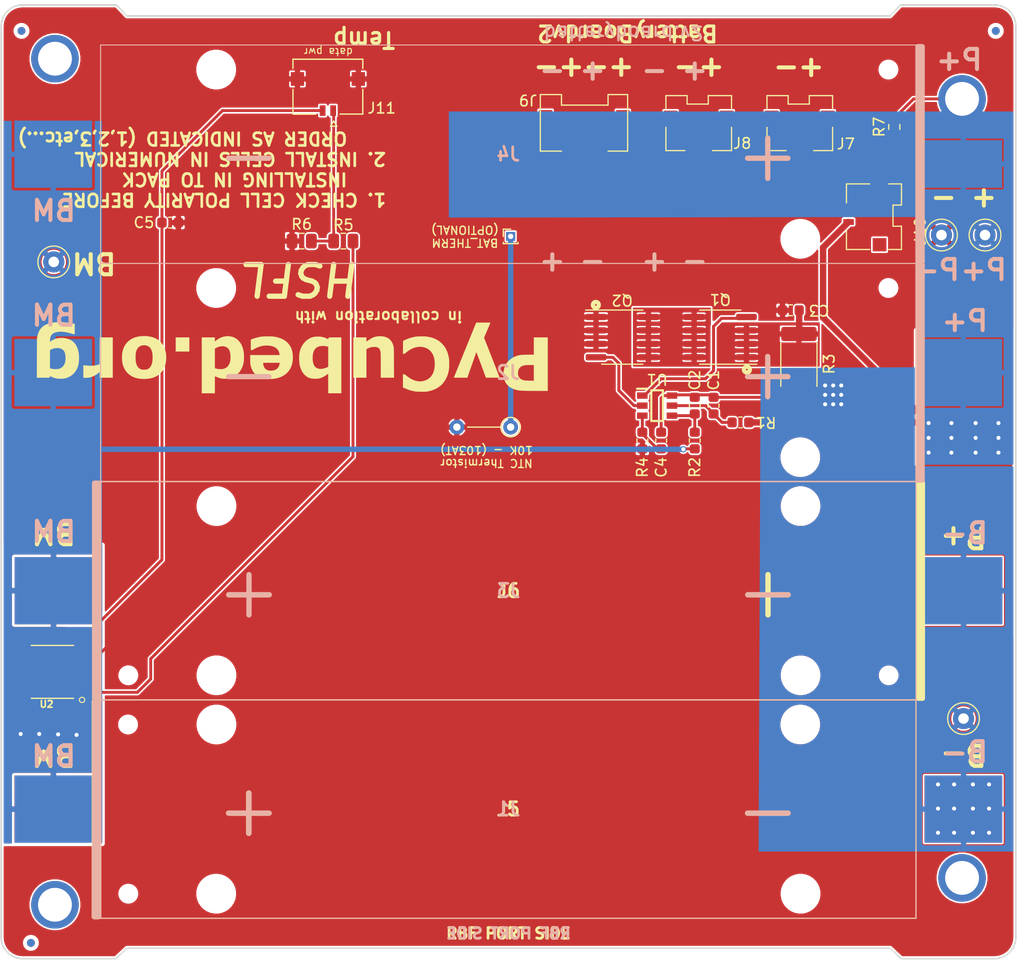
<source format=kicad_pcb>
(kicad_pcb (version 20171130) (host pcbnew "(5.1.9)-1")
  (layers (0 F.Cu signal) (31 B.Cu signal) (34 B.Paste user hide) (35 F.Paste user hide) (36 B.SilkS user) (37 F.SilkS user) (38 B.Mask user hide) (39 F.Mask user hide) (44 Edge.Cuts user))
  (net 0 "")
  (net 1 /VDD)
  (net 2 B-)
  (net 3 "Net-(C2-Pad2)")
  (net 4 PACK-)
  (net 5 BM)
  (net 6 PACK+)
  (net 7 "Net-(Q1-Pad5)")
  (net 8 "Net-(Q1-Pad4)")
  (net 9 "Net-(Q2-Pad4)")
  (net 10 "Net-(C3-Pad1)")
  (net 11 "Net-(C4-Pad2)")
  (net 12 BAT_THERM)
  (net 13 "Net-(J10-Pad2)")
  (net 14 "Net-(R5-Pad1)")
  (net 15 "Net-(C5-Pad1)")
  (net 16 "Net-(J11-Pad1)")
  (net 17 "Net-(H1-Pad1)")
  (net 18 "Net-(H2-Pad1)")
  (net 19 "Net-(H3-Pad1)")
  (net 20 "Net-(H4-Pad1)")
  (module Resistor_SMD:R_0805_2012Metric (layer F.Cu) (at 81.5975 76.1365 180)
    (fp_text reference R6 (at 0 1.5875) (layer F.SilkS))
    (fp_text value 10k)
    (pad 1 smd roundrect (at -0.9125 0 180) (size 1.025 1.4) (layers F.Cu F.Paste F.Mask) (roundrect_rratio 0.2439014634146341) (net 16 "Net-(J11-Pad1)"))
    (pad 2 smd roundrect (at 0.9125 0 180) (size 1.025 1.4) (layers F.Cu F.Paste F.Mask) (roundrect_rratio 0.2439014634146341) (net 4 PACK-))
  )
  (module Resistor_SMD:R_0805_2012Metric (layer F.Cu) (at 85.5345 76.1365 180)
    (fp_text reference R5 (at 0 1.524) (layer F.SilkS))
    (fp_text value 45.3k)
    (pad 1 smd roundrect (at -0.9125 0 180) (size 1.025 1.4) (layers F.Cu F.Paste F.Mask) (roundrect_rratio 0.2439014634146341) (net 14 "Net-(R5-Pad1)"))
    (pad 2 smd roundrect (at 0.9125 0 180) (size 1.025 1.4) (layers F.Cu F.Paste F.Mask) (roundrect_rratio 0.2439014634146341) (net 16 "Net-(J11-Pad1)"))
  )
  (module custom-footprints:KEYSTONE-1042 (layer B.Cu) (at 101.1174 88.5698)
    (fp_text reference J2 (at 0 0) (layer B.SilkS) (effects (font (size 1.27 1.27) (thickness 0.254)) (justify mirror)))
    (fp_text value KEYSTONE-1042 hide)
    (fp_text user - (at -24.525 0) (layer B.SilkS) (effects (font (size 5 5) (thickness 0.5)) (justify mirror)))
    (fp_text user + (at 24.525 0) (layer B.SilkS) (effects (font (size 5 5) (thickness 0.5)) (justify mirror)))
    (pad 5 np_thru_hole circle (at 35.93 -8) (size 1.57 0) (drill 1.57) (layers *.Cu *.Mask))
    (pad 4 np_thru_hole circle (at 27.6 8) (size 3.45 0) (drill 3.45) (layers *.Cu *.Mask))
    (pad 3 np_thru_hole circle (at -27.6 -8) (size 3.45 0) (drill 3.45) (layers *.Cu *.Mask))
    (pad 2 smd rect (at 43 0 270) (size 6.35 7.34) (layers B.Cu B.Paste B.Mask) (net 6 PACK+))
    (pad 1 smd rect (at -43 0 270) (size 6.35 7.34) (layers B.Cu B.Paste B.Mask) (net 5 BM))
  )
  (module custom-footprints:KEYSTONE-1042 (layer B.Cu) (at 101.1174 67.9196)
    (fp_text reference J4 (at 0 0) (layer B.SilkS) (effects (font (size 1.27 1.27) (thickness 0.254)) (justify mirror)))
    (fp_text value KEYSTONE-1042 hide)
    (fp_text user - (at -24.525 0) (layer B.SilkS) (effects (font (size 5 5) (thickness 0.5)) (justify mirror)))
    (fp_text user + (at 24.525 0) (layer B.SilkS) (effects (font (size 5 5) (thickness 0.5)) (justify mirror)))
    (pad 5 np_thru_hole circle (at 35.93 -8) (size 1.57 0) (drill 1.57) (layers *.Cu *.Mask))
    (pad 4 np_thru_hole circle (at 27.6 8) (size 3.45 0) (drill 3.45) (layers *.Cu *.Mask))
    (pad 3 np_thru_hole circle (at -27.6 -8) (size 3.45 0) (drill 3.45) (layers *.Cu *.Mask))
    (pad 2 smd rect (at 43 0.925 270) (size 4.5 7.34) (layers B.Cu B.Paste B.Mask) (net 6 PACK+))
    (pad 1 smd rect (at -43 0 270) (size 6.35 7.34) (layers B.Cu B.Paste B.Mask) (net 5 BM))
  )
  (module custom-footprints:MountingHole_3.2mm_M3_DIN965_PadMOD (layer F.Cu) (at 144.0053 62.6899)
    (fp_text reference H3 hide)
    (fp_text value MountingHole_Pad)
    (pad 1 thru_hole circle (at 0 0) (size 4.5 4.5) (drill 3.2) (layers F.Cu F.Mask) (net 19 "Net-(H3-Pad1)"))
  )
  (module custom-footprints:MountingHole_3.2mm_M3_DIN965_PadMOD (layer F.Cu) (at 144.0053 136.3499)
    (fp_text reference H4 hide)
    (fp_text value MountingHole_Pad)
    (pad 1 thru_hole circle (at 0 0) (size 4.5 4.5) (drill 3.2) (layers *.Cu *.Mask) (net 20 "Net-(H4-Pad1)"))
  )
  (module custom-footprints:MountingHole_3.2mm_M3_DIN965_PadMOD (layer F.Cu) (at 58.2803 58.8899)
    (fp_text reference H2 hide)
    (fp_text value MountingHole_Pad)
    (pad 1 thru_hole circle (at 0 0) (size 4.5 4.5) (drill 3.2) (layers *.Cu *.Mask) (net 18 "Net-(H2-Pad1)"))
  )
  (module custom-footprints:MountingHole_3.2mm_M3_DIN965_PadMOD (layer F.Cu) (at 58.2803 138.8899)
    (fp_text reference H1 hide)
    (fp_text value MountingHole_Pad)
    (pad 1 thru_hole circle (at 0 0) (size 4.5 4.5) (drill 3.2) (layers *.Cu *.Mask) (net 17 "Net-(H1-Pad1)"))
  )
  (module custom-footprints:pycubed_logo (layer F.Cu) (at 83.29676 86.9188 180)
    (fp_text reference Ref** hide)
    (fp_text value Val** hide)
  )
  (module custom-footprints:KEYSTONE-1042 (layer F.Cu) (at 101.1428 109.1946)
    (fp_text reference J6 (at 0 0) (layer F.SilkS) (effects (font (size 1.27 1.27) (thickness 0.254))))
    (fp_text value KEYSTONE-1042 hide)
    (fp_text user - (at -24.525 0) (layer F.SilkS) (effects (font (size 5 5) (thickness 0.5))))
    (fp_text user + (at 24.525 0) (layer F.SilkS) (effects (font (size 5 5) (thickness 0.5))))
    (pad 5 np_thru_hole circle (at 35.93 8) (size 1.57 0) (drill 1.57) (layers *.Cu *.Mask))
    (pad 4 np_thru_hole circle (at 27.6 -8) (size 3.45 0) (drill 3.45) (layers *.Cu *.Mask))
    (pad 3 np_thru_hole circle (at -27.6 8) (size 3.45 0) (drill 3.45) (layers *.Cu *.Mask))
    (pad 2 smd rect (at 43 0 90) (size 6.35 7.34) (layers F.Cu F.Paste F.Mask) (net 6 PACK+))
    (pad 1 smd rect (at -43 0 90) (size 6.35 7.34) (layers F.Cu F.Paste F.Mask) (net 5 BM))
  )
  (module custom-footprints:KEYSTONE-1042 (layer F.Cu) (at 101.1174 129.8448 180)
    (fp_text reference J5 (at 0 0) (layer F.SilkS) (effects (font (size 1.27 1.27) (thickness 0.254))))
    (fp_text value KEYSTONE-1042 hide)
    (fp_text user - (at -24.525 0) (layer F.SilkS) (effects (font (size 5 5) (thickness 0.5))))
    (fp_text user + (at 24.525 0) (layer F.SilkS) (effects (font (size 5 5) (thickness 0.5))))
    (pad 5 np_thru_hole circle (at 35.93 8 180) (size 1.57 0) (drill 1.57) (layers *.Cu *.Mask))
    (pad 4 np_thru_hole circle (at 27.6 -8 180) (size 3.45 0) (drill 3.45) (layers *.Cu *.Mask))
    (pad 3 np_thru_hole circle (at -27.6 8 180) (size 3.45 0) (drill 3.45) (layers *.Cu *.Mask))
    (pad 2 smd rect (at 43 0 270) (size 6.35 7.34) (layers F.Cu F.Paste F.Mask) (net 5 BM))
    (pad 1 smd rect (at -43 0 270) (size 6.35 7.34) (layers F.Cu F.Paste F.Mask) (net 2 B-))
  )
  (module custom-footprints:KEYSTONE-1042 (layer B.Cu) (at 101.1428 109.1946 180)
    (fp_text reference J3 (at 0 0) (layer B.SilkS) (effects (font (size 1.27 1.27) (thickness 0.254)) (justify mirror)))
    (fp_text value KEYSTONE-1042 hide)
    (fp_text user - (at -24.525 0) (layer B.SilkS) (effects (font (size 5 5) (thickness 0.5)) (justify mirror)))
    (fp_text user + (at 24.525 0) (layer B.SilkS) (effects (font (size 5 5) (thickness 0.5)) (justify mirror)))
    (pad 5 np_thru_hole circle (at 35.93 -8 180) (size 1.57 0) (drill 1.57) (layers *.Cu *.Mask))
    (pad 4 np_thru_hole circle (at 27.6 8 180) (size 3.45 0) (drill 3.45) (layers *.Cu *.Mask))
    (pad 3 np_thru_hole circle (at -27.6 -8 180) (size 3.45 0) (drill 3.45) (layers *.Cu *.Mask))
    (pad 2 smd rect (at 43 0 90) (size 6.35 7.34) (layers B.Cu B.Paste B.Mask) (net 5 BM))
    (pad 1 smd rect (at -43 0 90) (size 6.35 7.34) (layers B.Cu B.Paste B.Mask) (net 2 B-))
  )
  (module custom-footprints:KEYSTONE-1042 (layer B.Cu) (at 101.1428 129.8448 180)
    (fp_text reference J1 (at 0 0) (layer B.SilkS) (effects (font (size 1.27 1.27) (thickness 0.254)) (justify mirror)))
    (fp_text value KEYSTONE-1042 hide)
    (fp_text user - (at -24.525 0) (layer B.SilkS) (effects (font (size 5 5) (thickness 0.5)) (justify mirror)))
    (fp_text user + (at 24.525 0) (layer B.SilkS) (effects (font (size 5 5) (thickness 0.5)) (justify mirror)))
    (pad 5 np_thru_hole circle (at 35.93 -8 180) (size 1.57 0) (drill 1.57) (layers *.Cu *.Mask))
    (pad 4 np_thru_hole circle (at 27.6 8 180) (size 3.45 0) (drill 3.45) (layers *.Cu *.Mask))
    (pad 3 np_thru_hole circle (at -27.6 -8 180) (size 3.45 0) (drill 3.45) (layers *.Cu *.Mask))
    (pad 2 smd rect (at 43 0 90) (size 6.35 7.34) (layers B.Cu B.Paste B.Mask) (net 5 BM))
    (pad 1 smd rect (at -43 0 90) (size 6.35 7.34) (layers B.Cu B.Paste B.Mask) (net 2 B-))
  )
  (module Fiducial:Fiducial_0.75mm_Mask1.5mm (layer F.Cu) (at 147.193 56.261)
    (fp_text reference REF** hide)
    (fp_text value Fiducial_0.75mm_Mask1.5mm)
    (pad "" smd circle (at 0 0) (size 0.75 0.75) (layers F.Cu F.Mask) (clearance 0.375))
  )
  (module Fiducial:Fiducial_0.75mm_Mask1.5mm (layer B.Cu) (at 147.193 56.261)
    (fp_text reference REF** hide)
    (fp_text value Fiducial_0.75mm_Mask1.5mm)
    (pad "" smd circle (at 0 0) (size 0.75 0.75) (layers B.Cu B.Mask) (clearance 0.375))
  )
  (module Fiducial:Fiducial_0.75mm_Mask1.5mm (layer F.Cu) (at 55.118 56.261)
    (fp_text reference REF** hide)
    (fp_text value Fiducial_0.75mm_Mask1.5mm)
    (pad "" smd circle (at 0 0) (size 0.75 0.75) (layers F.Cu F.Mask) (clearance 0.375))
  )
  (module Fiducial:Fiducial_0.75mm_Mask1.5mm (layer B.Cu) (at 55.118 56.261)
    (fp_text reference REF** hide)
    (fp_text value Fiducial_0.75mm_Mask1.5mm)
    (pad "" smd circle (at 0 0) (size 0.75 0.75) (layers B.Cu B.Mask) (clearance 0.375))
  )
  (module Fiducial:Fiducial_0.75mm_Mask1.5mm (layer B.Cu) (at 56.007 142.494)
    (fp_text reference REF** hide)
    (fp_text value Fiducial_0.75mm_Mask1.5mm)
    (pad "" smd circle (at 0 0) (size 0.75 0.75) (layers B.Cu B.Mask) (clearance 0.375))
  )
  (module Fiducial:Fiducial_0.75mm_Mask1.5mm (layer F.Cu) (at 56.007 142.494)
    (fp_text reference REF** hide)
    (fp_text value Fiducial_0.75mm_Mask1.5mm)
    (pad "" smd circle (at 0 0) (size 0.75 0.75) (layers F.Cu F.Mask) (clearance 0.375))
  )
  (module Resistor_THT:R_Axial_DIN0204_L3.6mm_D1.6mm_P5.08mm_Vertical (layer F.Cu) (at 101.346 93.726 180)
    (fp_text reference TH1 hide)
    (fp_text value Thermistor)
    (pad 2 thru_hole oval (at 5.08 0 180) (size 1.4 1.4) (drill 0.7) (layers *.Cu *.Mask) (net 4 PACK-))
    (pad 1 thru_hole circle (at 0 0 180) (size 1.4 1.4) (drill 0.7) (layers *.Cu *.Mask) (net 12 BAT_THERM))
  )
  (module Connector_PinHeader_1.00mm:PinHeader_1x01_P1.00mm_Vertical (layer F.Cu) (at 101.346 75.692)
    (fp_text reference J12 hide)
    (fp_text value Screw_Terminal_01x01)
    (pad 1 thru_hole rect (at 0 0) (size 0.85 0.85) (drill 0.5) (layers *.Cu *.Mask) (net 12 BAT_THERM))
  )
  (module TestPoint:TestPoint_Loop_D1.80mm_Drill1.0mm_Beaded (layer F.Cu) (at 146.177 75.565)
    (fp_text reference TP4 hide)
    (fp_text value TestPoint)
    (pad 1 thru_hole circle (at 0 0) (size 2 2) (drill 1) (layers *.Cu *.Mask) (net 6 PACK+))
  )
  (module TestPoint:TestPoint_Loop_D1.80mm_Drill1.0mm_Beaded (layer F.Cu) (at 142.0622 75.565)
    (fp_text reference TP3 hide)
    (fp_text value TestPoint)
    (pad 1 thru_hole circle (at 0 0) (size 2 2) (drill 1) (layers *.Cu *.Mask) (net 4 PACK-))
  )
  (module TestPoint:TestPoint_Loop_D1.80mm_Drill1.0mm_Beaded (layer F.Cu) (at 58.166 78.105)
    (fp_text reference TP2 hide)
    (fp_text value TestPoint)
    (pad 1 thru_hole circle (at 0 0) (size 2 2) (drill 1) (layers *.Cu *.Mask) (net 5 BM))
  )
  (module TestPoint:TestPoint_Loop_D1.80mm_Drill1.0mm_Beaded (layer F.Cu) (at 144.145 121.285)
    (fp_text reference TP1 hide)
    (fp_text value TestPoint)
    (pad 1 thru_hole circle (at 0 0) (size 2 2) (drill 1) (layers *.Cu *.Mask) (net 2 B-))
  )
  (module Capacitor_SMD:C_0603_1608Metric (layer F.Cu) (at 127.8255 82.677 180)
    (fp_text reference C3 (at -2.667 0 180 unlocked) (layer F.SilkS))
    (fp_text value 0.1uF)
    (pad 2 smd roundrect (at 0.7875 0 180) (size 0.875 0.95) (layers F.Cu F.Paste F.Mask) (net 4 PACK-))
    (pad 1 smd roundrect (at -0.7875 0 180) (size 0.875 0.95) (layers F.Cu F.Paste F.Mask) (net 10 "Net-(C3-Pad1)"))
  )
  (module Resistor_SMD:R_0603_1608Metric (layer F.Cu) (at 113.792 94.996 270)
    (fp_text reference R4 (at 2.54 0 90) (layer F.SilkS))
    (fp_text value 1K)
    (pad 2 smd roundrect (at 0.7875 0 270) (size 0.875 0.95) (layers F.Cu F.Paste F.Mask) (net 4 PACK-))
    (pad 1 smd roundrect (at -0.7875 0 270) (size 0.875 0.95) (layers F.Cu F.Paste F.Mask) (net 11 "Net-(C4-Pad2)"))
  )
  (module Resistor_SMD:R_0603_1608Metric (layer F.Cu) (at 118.745 94.996 90)
    (fp_text reference R2 (at -2.54 0 90) (layer F.SilkS))
    (fp_text value 330)
    (pad 2 smd roundrect (at 0.7875 0 90) (size 0.875 0.95) (layers F.Cu F.Paste F.Mask) (net 3 "Net-(C2-Pad2)"))
    (pad 1 smd roundrect (at -0.7875 0 90) (size 0.875 0.95) (layers F.Cu F.Paste F.Mask) (net 5 BM))
  )
  (module Resistor_SMD:R_0603_1608Metric (layer F.Cu) (at 123.063 93.2815 180)
    (fp_text reference R1 (at -2.413 0 180 unlocked) (layer F.SilkS))
    (fp_text value 330)
    (pad 2 smd roundrect (at 0.7875 0 180) (size 0.875 0.95) (layers F.Cu F.Paste F.Mask) (net 1 /VDD))
    (pad 1 smd roundrect (at -0.7875 0 180) (size 0.875 0.95) (layers F.Cu F.Paste F.Mask) (net 6 PACK+))
  )
  (module Resistor_SMD:R_2512_6332Metric (layer F.Cu) (at 128.5875 87.8205 90)
    (fp_text reference R3 (at 0.0635 2.8575 90) (layer F.SilkS))
    (fp_text value 0.01)
    (pad 2 smd roundrect (at 2.9 0 90) (size 1.35 3.35) (layers F.Cu F.Paste F.Mask) (roundrect_rratio 0.1851844444444445) (net 10 "Net-(C3-Pad1)"))
    (pad 1 smd roundrect (at -2.9 0 90) (size 1.35 3.35) (layers F.Cu F.Paste F.Mask) (roundrect_rratio 0.1851844444444445) (net 2 B-))
  )
  (module Package_SO:SOIC-8_3.9x4.9mm_P1.27mm (layer F.Cu) (at 111.887 85.217)
    (fp_text reference Q2 (at 0 -3.4925 180 unlocked) (layer F.SilkS))
    (fp_text value IRF7458)
    (pad 8 smd roundrect (at 2.475 -1.905) (size 1.95 0.6) (layers F.Cu F.Paste F.Mask) (net 7 "Net-(Q1-Pad5)"))
    (pad 7 smd roundrect (at 2.475 -0.635) (size 1.95 0.6) (layers F.Cu F.Paste F.Mask) (net 7 "Net-(Q1-Pad5)"))
    (pad 6 smd roundrect (at 2.475 0.635) (size 1.95 0.6) (layers F.Cu F.Paste F.Mask) (net 7 "Net-(Q1-Pad5)"))
    (pad 5 smd roundrect (at 2.475 1.905) (size 1.95 0.6) (layers F.Cu F.Paste F.Mask) (net 7 "Net-(Q1-Pad5)"))
    (pad 4 smd roundrect (at -2.475 1.905) (size 1.95 0.6) (layers F.Cu F.Paste F.Mask) (net 9 "Net-(Q2-Pad4)"))
    (pad 3 smd roundrect (at -2.475 0.635) (size 1.95 0.6) (layers F.Cu F.Paste F.Mask) (net 4 PACK-))
    (pad 2 smd roundrect (at -2.475 -0.635) (size 1.95 0.6) (layers F.Cu F.Paste F.Mask) (net 4 PACK-))
    (pad 1 smd roundrect (at -2.475 -1.905) (size 1.95 0.6) (layers F.Cu F.Paste F.Mask) (net 4 PACK-))
  )
  (module Package_SO:SOIC-8_3.9x4.9mm_P1.27mm (layer F.Cu) (at 121.158 85.217 180)
    (fp_text reference Q1 (at 0 3.556 180 unlocked) (layer F.SilkS))
    (fp_text value IRF7458)
    (pad 8 smd roundrect (at 2.475 -1.905 180) (size 1.95 0.6) (layers F.Cu F.Paste F.Mask) (net 7 "Net-(Q1-Pad5)"))
    (pad 7 smd roundrect (at 2.475 -0.635 180) (size 1.95 0.6) (layers F.Cu F.Paste F.Mask) (net 7 "Net-(Q1-Pad5)"))
    (pad 6 smd roundrect (at 2.475 0.635 180) (size 1.95 0.6) (layers F.Cu F.Paste F.Mask) (net 7 "Net-(Q1-Pad5)"))
    (pad 5 smd roundrect (at 2.475 1.905 180) (size 1.95 0.6) (layers F.Cu F.Paste F.Mask) (net 7 "Net-(Q1-Pad5)"))
    (pad 4 smd roundrect (at -2.475 1.905 180) (size 1.95 0.6) (layers F.Cu F.Paste F.Mask) (net 8 "Net-(Q1-Pad4)"))
    (pad 3 smd roundrect (at -2.475 0.635 180) (size 1.95 0.6) (layers F.Cu F.Paste F.Mask) (net 10 "Net-(C3-Pad1)"))
    (pad 2 smd roundrect (at -2.475 -0.635 180) (size 1.95 0.6) (layers F.Cu F.Paste F.Mask) (net 10 "Net-(C3-Pad1)"))
    (pad 1 smd roundrect (at -2.475 -1.905 180) (size 1.95 0.6) (layers F.Cu F.Paste F.Mask) (net 10 "Net-(C3-Pad1)"))
  )
  (module Capacitor_SMD:C_0603_1608Metric (layer F.Cu) (at 115.57 94.996 270)
    (fp_text reference C4 (at 2.54 0 90) (layer F.SilkS))
    (fp_text value 0.1uF)
    (pad 2 smd roundrect (at 0.7875 0 270) (size 0.875 0.95) (layers F.Cu F.Paste F.Mask) (net 11 "Net-(C4-Pad2)"))
    (pad 1 smd roundrect (at -0.7875 0 270) (size 0.875 0.95) (layers F.Cu F.Paste F.Mask) (net 2 B-))
  )
  (module Capacitor_SMD:C_0603_1608Metric (layer F.Cu) (at 118.745 91.694 270)
    (fp_text reference C2 (at -2.413 0 90) (layer F.SilkS))
    (fp_text value 0.1uF)
    (pad 2 smd roundrect (at 0.7875 0 270) (size 0.875 0.95) (layers F.Cu F.Paste F.Mask) (net 3 "Net-(C2-Pad2)"))
    (pad 1 smd roundrect (at -0.7875 0 270) (size 0.875 0.95) (layers F.Cu F.Paste F.Mask) (net 2 B-))
  )
  (module Capacitor_SMD:C_0603_1608Metric (layer F.Cu) (at 120.523 91.694 270)
    (fp_text reference C1 (at -2.413 0 90) (layer F.SilkS))
    (fp_text value 0.1uF)
    (pad 2 smd roundrect (at 0.7875 0 270) (size 0.875 0.95) (layers F.Cu F.Paste F.Mask) (net 1 /VDD))
    (pad 1 smd roundrect (at -0.7875 0 270) (size 0.875 0.95) (layers F.Cu F.Paste F.Mask) (net 2 B-))
  )
  (module custom-footprints:SOT95P280X130-6N (layer F.Cu) (at 115.189 91.694)
    (fp_text reference U1 (at 0 -2.4765 180 unlocked) (layer F.SilkS))
    (fp_text value R5460N233AF hide)
    (pad 6 smd rect (at 1.4 -0.95 90) (size 0.6 1) (layers F.Cu F.Paste F.Mask) (net 2 B-))
    (pad 5 smd rect (at 1.4 0 90) (size 0.6 1) (layers F.Cu F.Paste F.Mask) (net 1 /VDD))
    (pad 4 smd rect (at 1.4 0.95 90) (size 0.6 1) (layers F.Cu F.Paste F.Mask) (net 3 "Net-(C2-Pad2)"))
    (pad 3 smd rect (at -1.4 0.95 90) (size 0.6 1) (layers F.Cu F.Paste F.Mask) (net 11 "Net-(C4-Pad2)"))
    (pad 2 smd rect (at -1.4 0 90) (size 0.6 1) (layers F.Cu F.Paste F.Mask) (net 9 "Net-(Q2-Pad4)"))
    (pad 1 smd rect (at -1.4 -0.95 90) (size 0.6 1) (layers F.Cu F.Paste F.Mask) (net 8 "Net-(Q1-Pad4)"))
  )
  (module Molex:Molex_Pico-Lock_503763-0291_1x02-1MP_P1.00m_Horizontal (layer F.Cu) (at 125.77 62.58)
    (fp_text reference J7 (at 7.25 4.37 unlocked) (layer F.SilkS))
    (fp_text value Conn_01x02_Female)
    (pad GND smd rect (at 0.25 1.87 180) (size 1.26 1.3) (layers F.Cu F.Paste F.Mask))
    (pad 2 smd rect (at 2.4 4.8 180) (size 0.55 1) (layers F.Cu F.Paste F.Mask) (net 4 PACK-))
    (pad GND smd rect (at 5.55 1.87 180) (size 1.26 1.3) (layers F.Cu F.Paste F.Mask))
    (pad 1 smd rect (at 3.4 4.8 180) (size 0.55 1) (layers F.Cu F.Paste F.Mask) (net 13 "Net-(J10-Pad2)"))
  )
  (module Molex:Molex_Pico-Lock_503763-0291_1x02-1MP_P1.00m_Horizontal (layer F.Cu) (at 116.22 62.58)
    (fp_text reference J8 (at 7.01 4.32 unlocked) (layer F.SilkS))
    (fp_text value Conn_01x02_Female)
    (pad 1 smd rect (at 3.4 4.8 180) (size 0.55 1) (layers F.Cu F.Paste F.Mask) (net 13 "Net-(J10-Pad2)"))
    (pad GND smd rect (at 5.55 1.87 180) (size 1.26 1.3) (layers F.Cu F.Paste F.Mask))
    (pad 2 smd rect (at 2.4 4.8 180) (size 0.55 1) (layers F.Cu F.Paste F.Mask) (net 4 PACK-))
    (pad GND smd rect (at 0.25 1.87 180) (size 1.26 1.3) (layers F.Cu F.Paste F.Mask))
  )
  (module Molex:Molex_Pico-Lock_503763-0491_1x04-1MP_P1.00mm_Horizontal (layer F.Cu) (at 104.4 62.530001)
    (fp_text reference J9 (at -1.41 0.269999 180 unlocked) (layer F.SilkS))
    (fp_text value Conn_01x04_Female)
    (pad GND smd rect (at 7.55 1.87 180) (size 1.26 1.3) (layers F.Cu F.Paste F.Mask))
    (pad 1 smd rect (at 5.4 4.85 180) (size 0.55 1) (layers F.Cu F.Paste F.Mask) (net 13 "Net-(J10-Pad2)"))
    (pad GND smd rect (at 0.25 1.87 180) (size 1.26 1.3) (layers F.Cu F.Paste F.Mask))
    (pad 2 smd rect (at 4.4 4.85 180) (size 0.55 1) (layers F.Cu F.Paste F.Mask) (net 4 PACK-))
    (pad 3 smd rect (at 3.4 4.85 180) (size 0.55 1) (layers F.Cu F.Paste F.Mask) (net 13 "Net-(J10-Pad2)"))
    (pad 4 smd rect (at 2.4 4.85 180) (size 0.55 1) (layers F.Cu F.Paste F.Mask) (net 4 PACK-))
  )
  (module Molex:Molex_Pico-Lock_503763-0291_1x02-1MP_P1.00m_Horizontal (layer F.Cu) (at 138.08 70.93 270)
    (fp_text reference J10 (at 4.28 -1.97 90) (layer F.SilkS))
    (fp_text value Conn_01x02_Female)
    (pad GND smd rect (at 0.25 1.87 90) (size 1.26 1.3) (layers F.Cu F.Paste F.Mask))
    (pad 2 smd rect (at 2.4 4.8 90) (size 0.55 1) (layers F.Cu F.Paste F.Mask) (net 13 "Net-(J10-Pad2)"))
    (pad GND smd rect (at 5.55 1.87 90) (size 1.26 1.3) (layers F.Cu F.Paste F.Mask))
    (pad 1 smd rect (at 3.4 4.8 90) (size 0.55 1) (layers F.Cu F.Paste F.Mask) (net 6 PACK+))
  )
  (module Capacitor_SMD:C_0603_1608Metric (layer F.Cu) (at 69.166 74.387851)
    (fp_text reference C5 (at -2.4765 0) (layer F.SilkS))
    (fp_text value 0.1uF)
    (pad 2 smd roundrect (at 0.775 0) (size 0.9 0.95) (layers F.Cu F.Paste F.Mask) (net 4 PACK-))
    (pad 1 smd roundrect (at -0.775 0) (size 0.9 0.95) (layers F.Cu F.Paste F.Mask) (net 15 "Net-(C5-Pad1)"))
  )
  (module SOIC8P127_490X600X175L83X41N (layer F.Cu) (at 58.041001 116.869001 180)
    (fp_text reference U2 (at 0.5531 -3.052482) (layer F.SilkS) (effects (font (size 0.641279 0.641279))))
    (fp_text value TMP36FSZ)
    (pad 8 smd roundrect (at 2.425 -1.905 180) (size 2.07 0.66) (layers F.Cu F.Paste F.Mask) (roundrect_rratio 0.5) (net 15 "Net-(C5-Pad1)"))
    (pad 7 smd roundrect (at 2.425 -0.635 180) (size 2.07 0.66) (layers F.Cu F.Paste F.Mask) (roundrect_rratio 0.5))
    (pad 6 smd roundrect (at 2.425 0.635 180) (size 2.07 0.66) (layers F.Cu F.Paste F.Mask) (roundrect_rratio 0.5))
    (pad 5 smd roundrect (at 2.425 1.905 180) (size 2.07 0.66) (layers F.Cu F.Paste F.Mask) (roundrect_rratio 0.5) (net 15 "Net-(C5-Pad1)"))
    (pad 4 smd roundrect (at -2.425 1.905 180) (size 2.07 0.66) (layers F.Cu F.Paste F.Mask) (roundrect_rratio 0.5) (net 4 PACK-))
    (pad 3 smd roundrect (at -2.425 0.635 180) (size 2.07 0.66) (layers F.Cu F.Paste F.Mask) (roundrect_rratio 0.5))
    (pad 2 smd roundrect (at -2.425 -0.635 180) (size 2.07 0.66) (layers F.Cu F.Paste F.Mask) (roundrect_rratio 0.5))
    (pad 1 smd roundrect (at -2.425 -1.905 180) (size 2.07 0.66) (layers F.Cu F.Paste F.Mask) (roundrect_rratio 0.5) (net 14 "Net-(R5-Pad1)"))
  )
  (module MOLEX_5037630291 (layer F.Cu) (at 84.074 61.5315)
    (fp_text reference J11 (at 5.08 2.032 -180) (layer F.SilkS))
    (fp_text value 5037630291)
    (pad 1 smd rect (at 0.5 2.265) (size 0.55 1) (layers F.Cu F.Paste) (net 16 "Net-(J11-Pad1)"))
    (pad S2 smd rect (at -2.875 -0.725) (size 1.26 1.3) (layers F.Cu F.Paste) (net 4 PACK-))
    (pad 2 smd rect (at -0.5 2.265) (size 0.55 1) (layers F.Cu F.Paste) (net 15 "Net-(C5-Pad1)"))
    (pad S1 smd rect (at 2.875 -0.725) (size 1.26 1.3) (layers F.Cu F.Paste) (net 4 PACK-))
  )
  (module Resistor_SMD:R_0603_1608Metric (layer F.Cu) (at 137.6045 65.3415 90)
    (fp_text reference R7 (at 0 -1.43 90) (layer F.SilkS))
    (fp_text value 1M)
    (pad 1 smd roundrect (at -0.825 0 90) (size 0.8 0.95) (layers F.Cu F.Paste F.Mask) (net 4 PACK-))
    (pad 2 smd roundrect (at 0.825 0 90) (size 0.8 0.95) (layers F.Cu F.Paste F.Mask) (net 19 "Net-(H3-Pad1)"))
  )
  (gr_text batteryboard.v2 (at 112.014 56.4515 180) (layer B.SilkS) (effects (font (size 1.3 1.3) (thickness 0.2)) (justify mirror)))
  (gr_text "data pwr" (at 84.11 58.24 180) (layer F.SilkS) (effects (font (size 0.7 0.7) (thickness 0.1))))
  (gr_text "Temp \n" (at 86.92 57.1 180) (layer F.SilkS) (effects (font (size 1.5 1.5) (thickness 0.3))))
  (gr_text HSFL (at 81.53 79.71 180) (layer F.SilkS) (effects (font (size 3 3) (thickness 0.5) italic)))
  (gr_text "in collaboration with" (at 88.86 83.29 180) (layer F.SilkS) (effects (font (size 1 1) (thickness 0.2))))
  (gr_text BatteryBoardv2 (at 112.39 56.48 180) (layer F.SilkS) (effects (font (size 1.5 1.5) (thickness 0.3))))
  (gr_text -+ (at 128.57 59.58) (layer F.SilkS) (effects (font (size 1.905 1.905) (thickness 0.381))))
  (gr_circle (center 123.6726 88.2904) (end 123.7488 88.3158) (layer F.SilkS) (width 0.4))
  (gr_circle (center 109.3978 82.169) (end 109.474 82.1944) (layer F.SilkS) (width 0.4))
  (gr_text "- +" (at 144.16532 71.9201) (layer F.SilkS) (effects (font (size 1.905 1.905) (thickness 0.381))))
  (gr_text "1. CHECK CELL POLARITY BEFORE \n    INSTALLING IN TO PACK\n2. INSTALL CELLS IN NUMERICAL \n    ORDER AS INDICATED (1,2,3,etc...)" (at 89.69502 69.32676 180) (layer F.SilkS) (effects (font (size 1.2 1.2) (thickness 0.254)) (justify left)))
  (gr_text "RBF PORT SIDE" (at 101.1428 141.605) (layer B.SilkS) (effects (font (size 1.016 1.016) (thickness 0.254)) (justify mirror)))
  (gr_text "RBF PORT SIDE" (at 101.1428 141.605) (layer F.SilkS) (effects (font (size 1.016 1.016) (thickness 0.254))))
  (gr_line (start 64.0969 53.8099) (end 55.2003 53.8099) (layer Edge.Cuts) (width 0.15))
  (gr_line (start 147.0853 53.8099) (end 138.1887 53.8099) (layer Edge.Cuts) (width 0.15))
  (gr_line (start 137.2108 54.8452) (end 138.1887 53.8099) (layer Edge.Cuts) (width 0.15))
  (gr_line (start 137.2108 54.8452) (end 65.0748 54.8452) (layer Edge.Cuts) (width 0.15))
  (gr_line (start 65.0748 54.8452) (end 64.0969 53.8099) (layer Edge.Cuts) (width 0.15))
  (gr_line (start 147.0853 143.9799) (end 138.2461 143.9799) (layer Edge.Cuts) (width 0.15))
  (gr_line (start 64.0395 143.9799) (end 65.0748 143.002) (layer Edge.Cuts) (width 0.15))
  (gr_line (start 137.2108 143.002) (end 65.0748 143.002) (layer Edge.Cuts) (width 0.15))
  (gr_line (start 138.2461 143.9799) (end 137.2108 143.002) (layer Edge.Cuts) (width 0.15))
  (gr_text "BAT_THERM\n(OPTIONAL)" (at 97.028 75.692 180) (layer F.SilkS) (effects (font (size 0.762 0.762) (thickness 0.127))))
  (gr_text "NTC Thermistor\n10K - (103AT)" (at 99.06 96.52 180) (layer F.SilkS) (effects (font (size 0.762 0.762) (thickness 0.127))))
  (gr_text "- +" (at 107.188 77.978) (layer B.SilkS) (effects (font (size 1.905 1.905) (thickness 0.381)) (justify mirror)))
  (gr_text "- +" (at 116.84 77.978) (layer B.SilkS) (effects (font (size 1.905 1.905) (thickness 0.381)) (justify mirror)))
  (gr_text "- +" (at 116.84 60.198 180) (layer B.SilkS) (effects (font (size 1.905 1.905) (thickness 0.381)) (justify mirror)))
  (gr_text "- +" (at 107.188 60.198 180) (layer B.SilkS) (effects (font (size 1.905 1.905) (thickness 0.381)) (justify mirror)))
  (gr_text -+ (at 119.14 59.56) (layer F.SilkS) (effects (font (size 1.905 1.905) (thickness 0.381))))
  (gr_text -+-+ (at 108.26 59.56) (layer F.SilkS) (effects (font (size 1.905 1.905) (thickness 0.381))))
  (gr_text P+ (at 143.7386 59.0042) (layer B.SilkS) (effects (font (size 1.905 1.905) (thickness 0.381)) (justify mirror)))
  (gr_text P- (at 141.605 78.867) (layer B.SilkS) (effects (font (size 1.905 1.905) (thickness 0.381)) (justify mirror)))
  (gr_text BM (at 61.976 78.232 180) (layer F.SilkS) (effects (font (size 1.905 1.905) (thickness 0.381))))
  (gr_text P+ (at 146.05 78.867) (layer B.SilkS) (effects (font (size 1.905 1.905) (thickness 0.381)) (justify mirror)))
  (gr_text P+ (at 144.272 83.693) (layer B.SilkS) (effects (font (size 1.905 1.905) (thickness 0.381)) (justify mirror)))
  (gr_text B- (at 144.272 103.759) (layer B.SilkS) (effects (font (size 1.905 1.905) (thickness 0.381)) (justify mirror)))
  (gr_text B- (at 144.272 124.46) (layer B.SilkS) (effects (font (size 1.905 1.905) (thickness 0.381)) (justify mirror)))
  (gr_text BM (at 58.166 124.841) (layer B.SilkS) (effects (font (size 1.905 1.905) (thickness 0.381)) (justify mirror)))
  (gr_text BM (at 58.166 73.279) (layer B.SilkS) (effects (font (size 1.905 1.905) (thickness 0.381)) (justify mirror)))
  (gr_text BM (at 58.166 83.185) (layer B.SilkS) (effects (font (size 1.905 1.905) (thickness 0.381)) (justify mirror)))
  (gr_text BM (at 58.166 103.632) (layer B.SilkS) (effects (font (size 1.905 1.905) (thickness 0.381)) (justify mirror)))
  (gr_text P+ (at 144.145 104.14 180) (layer F.SilkS) (effects (font (size 1.905 1.905) (thickness 0.381))))
  (gr_text B- (at 144.145 124.714 180) (layer F.SilkS) (effects (font (size 1.905 1.905) (thickness 0.381))))
  (gr_text BM (at 58.166 124.714 180) (layer F.SilkS) (effects (font (size 1.905 1.905) (thickness 0.381))))
  (gr_text BM (at 58.166 103.759 180) (layer F.SilkS) (effects (font (size 1.905 1.905) (thickness 0.381))))
  (gr_line (start 55.2003 143.9799) (end 64.0395 143.9799) (layer Edge.Cuts) (width 0.15))
  (gr_arc (start 147.0853 141.9799) (end 147.0853 143.9799) (angle -90) (layer Edge.Cuts) (width 0.15))
  (gr_line (start 149.0853 141.9799) (end 149.0853 55.8099) (layer Edge.Cuts) (width 0.15))
  (gr_arc (start 147.0853 55.8099) (end 149.0853 55.8099) (angle -90) (layer Edge.Cuts) (width 0.15))
  (gr_arc (start 55.2003 55.8099) (end 55.2003 53.8099) (angle -90) (layer Edge.Cuts) (width 0.15))
  (gr_line (start 53.2003 55.8099) (end 53.2003 141.9799) (layer Edge.Cuts) (width 0.15))
  (gr_arc (start 55.2003 141.9799) (end 53.2003 141.9799) (angle -90) (layer Edge.Cuts) (width 0.15))
  (segment (start 120.523 92.456) (end 120.523 92.4815) (width 0.2794) (layer F.Cu) (net 1))
  (segment (start 116.589 91.694) (end 119.761 91.694) (width 0.2794) (layer F.Cu) (net 1))
  (segment (start 119.761 91.694) (end 120.523 92.456) (width 0.2794) (layer F.Cu) (net 1))
  (segment (start 121.323 93.2815) (end 120.523 92.4815) (width 0.2794) (layer F.Cu) (net 1))
  (segment (start 122.2755 93.2815) (end 121.323 93.2815) (width 0.2794) (layer F.Cu) (net 1))
  (via (at 146.558 127.508) (size 0.5842) (drill 0.381) (layers F.Cu B.Cu) (net 2))
  (via (at 145.034 127.508) (size 0.5842) (drill 0.381) (layers F.Cu B.Cu) (net 2))
  (via (at 143.256 127.508) (size 0.5842) (drill 0.381) (layers F.Cu B.Cu) (net 2))
  (via (at 141.732 127.508) (size 0.5842) (drill 0.381) (layers F.Cu B.Cu) (net 2))
  (via (at 143.256 129.794) (size 0.5842) (drill 0.381) (layers F.Cu B.Cu) (net 2))
  (via (at 146.558 129.794) (size 0.5842) (drill 0.381) (layers F.Cu B.Cu) (net 2))
  (via (at 145.034 129.794) (size 0.5842) (drill 0.381) (layers F.Cu B.Cu) (net 2))
  (via (at 141.732 129.794) (size 0.5842) (drill 0.381) (layers F.Cu B.Cu) (net 2))
  (via (at 146.558 132.08) (size 0.5842) (drill 0.381) (layers F.Cu B.Cu) (net 2))
  (via (at 141.732 132.08) (size 0.5842) (drill 0.381) (layers F.Cu B.Cu) (net 2))
  (via (at 143.256 132.08) (size 0.5842) (drill 0.381) (layers F.Cu B.Cu) (net 2))
  (via (at 145.034 132.08) (size 0.5842) (drill 0.381) (layers F.Cu B.Cu) (net 2))
  (segment (start 118.745 90.9065) (end 118.745 90.678) (width 0.2794) (layer F.Cu) (net 2))
  (segment (start 120.2945 90.678) (end 120.523 90.9065) (width 0.2794) (layer F.Cu) (net 2))
  (segment (start 118.745 90.678) (end 120.2945 90.678) (width 0.2794) (layer F.Cu) (net 2))
  (segment (start 116.655 90.678) (end 118.745 90.678) (width 0.2794) (layer F.Cu) (net 2))
  (segment (start 116.589 90.744) (end 116.655 90.678) (width 0.2794) (layer F.Cu) (net 2))
  (segment (start 115.8096 90.744) (end 116.589 90.744) (width 0.2794) (layer F.Cu) (net 2))
  (segment (start 115.57 90.9836) (end 115.8096 90.744) (width 0.2794) (layer F.Cu) (net 2))
  (segment (start 115.57 94.2085) (end 115.57 90.9836) (width 0.2794) (layer F.Cu) (net 2))
  (segment (start 128.4015 90.9065) (end 128.5875 90.7205) (width 0.2794) (layer F.Cu) (net 2))
  (segment (start 120.523 90.9065) (end 128.4015 90.9065) (width 0.2794) (layer F.Cu) (net 2))
  (via (at 131.064 89.789) (size 0.5842) (drill 0.381) (layers F.Cu B.Cu) (net 2))
  (via (at 131.826 89.789) (size 0.5842) (drill 0.381) (layers F.Cu B.Cu) (net 2))
  (via (at 132.588 89.789) (size 0.5842) (drill 0.381) (layers F.Cu B.Cu) (net 2))
  (via (at 131.826 90.678) (size 0.5842) (drill 0.381) (layers F.Cu B.Cu) (net 2))
  (via (at 132.588 90.678) (size 0.5842) (drill 0.381) (layers F.Cu B.Cu) (net 2))
  (via (at 131.064 90.678) (size 0.5842) (drill 0.381) (layers F.Cu B.Cu) (net 2))
  (via (at 131.826 91.567) (size 0.5842) (drill 0.381) (layers F.Cu B.Cu) (net 2))
  (via (at 131.064 91.567) (size 0.5842) (drill 0.381) (layers F.Cu B.Cu) (net 2))
  (via (at 132.588 91.567) (size 0.5842) (drill 0.381) (layers F.Cu B.Cu) (net 2))
  (segment (start 118.5825 92.644) (end 118.745 92.4815) (width 0.2794) (layer F.Cu) (net 3))
  (segment (start 116.589 92.644) (end 118.5825 92.644) (width 0.2794) (layer F.Cu) (net 3))
  (segment (start 118.745 92.4815) (end 118.745 94.2085) (width 0.2794) (layer F.Cu) (net 3))
  (segment (start 60.5238 114.995) (end 61.685 114.995) (width 0.27178) (layer F.Cu) (net 4))
  (segment (start 62.715479 114.964001) (end 69.941 107.73848) (width 0.27178) (layer F.Cu) (net 4))
  (segment (start 69.941 107.73848) (end 69.941 74.387851) (width 0.27178) (layer F.Cu) (net 4))
  (segment (start 60.466001 114.964001) (end 62.715479 114.964001) (width 0.27178) (layer F.Cu) (net 4))
  (via (at 60.32 122.83) (size 0.5842) (drill 0.381) (layers F.Cu B.Cu) (net 5))
  (via (at 58.58 122.78) (size 0.5842) (drill 0.381) (layers F.Cu B.Cu) (net 5))
  (via (at 55.04 122.74) (size 0.5842) (drill 0.381) (layers F.Cu B.Cu) (net 5))
  (via (at 56.79 122.74) (size 0.5842) (drill 0.381) (layers F.Cu B.Cu) (net 5))
  (segment (start 117.703498 95.7835) (end 117.665498 95.8215) (width 0.2794) (layer F.Cu) (net 5))
  (via (at 117.665498 95.8215) (size 0.5842) (drill 0.381) (layers F.Cu B.Cu) (net 5))
  (segment (start 118.745 95.7835) (end 117.703498 95.7835) (width 0.2794) (layer F.Cu) (net 5))
  (segment (start 117.665498 95.8215) (end 58.2295 95.8215) (width 0.508) (layer B.Cu) (net 5))
  (via (at 140.843 93.345) (size 0.5842) (drill 0.381) (layers F.Cu B.Cu) (net 6))
  (via (at 143.002 93.345) (size 0.5842) (drill 0.381) (layers F.Cu B.Cu) (net 6))
  (via (at 145.288 93.345) (size 0.5842) (drill 0.381) (layers F.Cu B.Cu) (net 6))
  (via (at 147.447 93.345) (size 0.5842) (drill 0.381) (layers F.Cu B.Cu) (net 6))
  (via (at 140.843 94.742) (size 0.5842) (drill 0.381) (layers F.Cu B.Cu) (net 6))
  (via (at 143.002 94.742) (size 0.5842) (drill 0.381) (layers F.Cu B.Cu) (net 6))
  (via (at 145.288 94.742) (size 0.5842) (drill 0.381) (layers F.Cu B.Cu) (net 6))
  (via (at 147.447 94.742) (size 0.5842) (drill 0.381) (layers F.Cu B.Cu) (net 6))
  (via (at 145.288 96.139) (size 0.5842) (drill 0.381) (layers F.Cu B.Cu) (net 6))
  (via (at 140.843 96.139) (size 0.5842) (drill 0.381) (layers F.Cu B.Cu) (net 6))
  (via (at 143.002 96.139) (size 0.5842) (drill 0.381) (layers F.Cu B.Cu) (net 6))
  (via (at 147.447 96.139) (size 0.5842) (drill 0.381) (layers F.Cu B.Cu) (net 6))
  (segment (start 140.7795 93.2815) (end 140.843 93.345) (width 0.6096) (layer F.Cu) (net 6))
  (segment (start 123.8505 93.2815) (end 140.7795 93.2815) (width 0.6096) (layer F.Cu) (net 6))
  (segment (start 130.874201 83.376201) (end 136.454 88.956) (width 0.6096) (layer F.Cu) (net 6))
  (segment (start 136.454 88.956) (end 140.843 93.345) (width 0.6096) (layer F.Cu) (net 6))
  (segment (start 136.15 88.652) (end 136.454 88.956) (width 0.6096) (layer F.Cu) (net 6))
  (segment (start 130.874201 76.735799) (end 133.28 74.33) (width 0.6096) (layer F.Cu) (net 6))
  (segment (start 130.874201 83.376201) (end 130.874201 76.735799) (width 0.6096) (layer F.Cu) (net 6))
  (segment (start 115.57 89.154) (end 113.98 90.744) (width 0.2794) (layer F.Cu) (net 8))
  (segment (start 123.506 83.439) (end 121.285 83.439) (width 0.2794) (layer F.Cu) (net 8))
  (segment (start 120.523 84.201) (end 120.523 88.392) (width 0.2794) (layer F.Cu) (net 8))
  (segment (start 113.98 90.744) (end 113.789 90.744) (width 0.2794) (layer F.Cu) (net 8))
  (segment (start 123.633 83.312) (end 123.506 83.439) (width 0.2794) (layer F.Cu) (net 8))
  (segment (start 121.285 83.439) (end 120.523 84.201) (width 0.2794) (layer F.Cu) (net 8))
  (segment (start 119.761 89.154) (end 115.57 89.154) (width 0.2794) (layer F.Cu) (net 8))
  (segment (start 120.523 88.392) (end 119.761 89.154) (width 0.2794) (layer F.Cu) (net 8))
  (segment (start 111.5695 90.2539) (end 111.5695 87.6935) (width 0.2794) (layer F.Cu) (net 9))
  (segment (start 110.998 87.122) (end 109.412 87.122) (width 0.2794) (layer F.Cu) (net 9))
  (segment (start 113.789 91.694) (end 113.0096 91.694) (width 0.2794) (layer F.Cu) (net 9))
  (segment (start 111.5695 87.6935) (end 110.998 87.122) (width 0.2794) (layer F.Cu) (net 9))
  (segment (start 113.0096 91.694) (end 111.5695 90.2539) (width 0.2794) (layer F.Cu) (net 9))
  (segment (start 128.613 84.895) (end 128.5875 84.9205) (width 0.6096) (layer F.Cu) (net 10))
  (segment (start 128.613 82.677) (end 128.613 84.895) (width 0.6096) (layer F.Cu) (net 10))
  (segment (start 113.789 94.2055) (end 113.792 94.2085) (width 0.2794) (layer F.Cu) (net 11))
  (segment (start 113.789 92.644) (end 113.789 94.2055) (width 0.2794) (layer F.Cu) (net 11))
  (segment (start 115.2145 95.7835) (end 115.57 95.7835) (width 0.2794) (layer F.Cu) (net 11))
  (segment (start 113.792 94.2085) (end 113.792 94.361) (width 0.2794) (layer F.Cu) (net 11))
  (segment (start 113.792 94.361) (end 115.2145 95.7835) (width 0.2794) (layer F.Cu) (net 11))
  (segment (start 101.346 76.625) (end 101.346 93.726) (width 0.508) (layer B.Cu) (net 12))
  (segment (start 101.346 75.692) (end 101.346 76.625) (width 0.508) (layer B.Cu) (net 12))
  (segment (start 119.62 68.4896) (end 119.62 67.38) (width 0.6096) (layer F.Cu) (net 13))
  (segment (start 119.62 67.38) (end 119.62 68.59) (width 0.6096) (layer F.Cu) (net 13))
  (segment (start 119.62 68.59) (end 120.79 69.76) (width 0.6096) (layer F.Cu) (net 13))
  (segment (start 129.17 67.932242) (end 129.17 67.38) (width 0.6096) (layer F.Cu) (net 13))
  (segment (start 127.342242 69.76) (end 129.17 67.932242) (width 0.6096) (layer F.Cu) (net 13))
  (segment (start 120.79 69.76) (end 127.342242 69.76) (width 0.6096) (layer F.Cu) (net 13))
  (segment (start 129.17 67.38) (end 130.874201 69.084201) (width 0.6096) (layer F.Cu) (net 13))
  (segment (start 117.9996 70.11) (end 119.62 68.4896) (width 0.6096) (layer F.Cu) (net 13))
  (segment (start 109.420399 70.11) (end 117.9996 70.11) (width 0.6096) (layer F.Cu) (net 13))
  (segment (start 107.8 67.380001) (end 107.8 68.489601) (width 0.6096) (layer F.Cu) (net 13))
  (segment (start 107.8 68.489601) (end 109.420399 70.11) (width 0.6096) (layer F.Cu) (net 13))
  (segment (start 107.8 67.380001) (end 107.8 66.2) (width 0.6096) (layer F.Cu) (net 13))
  (segment (start 107.8 66.2) (end 108.33 65.67) (width 0.6096) (layer F.Cu) (net 13))
  (segment (start 109.35 65.67) (end 109.8 66.12) (width 0.6096) (layer F.Cu) (net 13))
  (segment (start 109.8 66.12) (end 109.8 67.380001) (width 0.6096) (layer F.Cu) (net 13))
  (segment (start 108.33 65.67) (end 109.35 65.67) (width 0.6096) (layer F.Cu) (net 13))
  (segment (start 133.28 71.49) (end 130.874201 69.084201) (width 0.6096) (layer F.Cu) (net 13))
  (segment (start 133.28 73.33) (end 133.28 71.49) (width 0.6096) (layer F.Cu) (net 13))
  (segment (start 76.71 106.25) (end 67.33 115.63) (width 0.27178) (layer F.Cu) (net 14))
  (segment (start 67.33 115.63) (end 67.33 117.54) (width 0.27178) (layer F.Cu) (net 14))
  (segment (start 66.065 118.805) (end 60.5238 118.805) (width 0.27178) (layer F.Cu) (net 14))
  (segment (start 67.33 117.54) (end 66.065 118.805) (width 0.27178) (layer F.Cu) (net 14))
  (segment (start 86.447 96.513) (end 76.71 106.25) (width 0.27178) (layer F.Cu) (net 14))
  (segment (start 86.447 76.1365) (end 86.447 96.513) (width 0.27178) (layer F.Cu) (net 14))
  (segment (start 54.15 115.88) (end 54.15 117.832004) (width 0.27178) (layer F.Cu) (net 15))
  (segment (start 54.15 117.832004) (end 55.122996 118.805) (width 0.27178) (layer F.Cu) (net 15))
  (segment (start 57.525 114.995) (end 55.035 114.995) (width 0.27178) (layer F.Cu) (net 15))
  (segment (start 59.37 113.15) (end 57.525 114.995) (width 0.27178) (layer F.Cu) (net 15))
  (segment (start 61.505604 113.15) (end 59.37 113.15) (width 0.27178) (layer F.Cu) (net 15))
  (segment (start 55.035 114.995) (end 54.15 115.88) (width 0.27178) (layer F.Cu) (net 15))
  (segment (start 55.122996 118.805) (end 55.5962 118.805) (width 0.27178) (layer F.Cu) (net 15))
  (segment (start 68.391 74.387851) (end 68.391 69.519) (width 0.27178) (layer F.Cu) (net 15))
  (segment (start 68.391 106.264604) (end 68.391 74.387851) (width 0.27178) (layer F.Cu) (net 15))
  (segment (start 61.505604 113.15) (end 68.391 106.264604) (width 0.27178) (layer F.Cu) (net 15))
  (segment (start 74.1135 63.7965) (end 68.391 69.519) (width 0.27178) (layer F.Cu) (net 15))
  (segment (start 83.574 63.7965) (end 74.1135 63.7965) (width 0.27178) (layer F.Cu) (net 15))
  (segment (start 84.6 76.1145) (end 84.622 76.1365) (width 0.27178) (layer F.Cu) (net 16))
  (segment (start 82.51 76.1365) (end 84.622 76.1365) (width 0.27178) (layer F.Cu) (net 16))
  (segment (start 84.622 63.8445) (end 84.574 63.7965) (width 0.27178) (layer F.Cu) (net 16))
  (segment (start 84.622 76.1365) (end 84.622 63.8445) (width 0.27178) (layer F.Cu) (net 16))
  (segment (start 139.4311 62.6899) (end 137.6045 64.5165) (width 0.27178) (layer F.Cu) (net 19))
  (segment (start 144.0053 62.6899) (end 139.4311 62.6899) (width 0.27178) (layer F.Cu) (net 19))
  (zone (net 5) (net_name BM) (layer B.Cu) (priority 3) (connect_pads (clearance 0.1524)) (min_thickness 0.1524) (fill yes (arc_segments 32) (thermal_gap 0.254) (thermal_bridge_width 0.508))
    (polygon (pts (xy 62.738 133.096) (xy 53.086 133.096) (xy 53.086 64.77) (xy 62.738 64.77)))
  )
  (zone (net 5) (net_name BM) (layer F.Cu) (priority 3) (connect_pads (clearance 0.254)) (min_thickness 0.1524) (fill yes (arc_segments 32) (thermal_gap 0.254) (thermal_bridge_width 0.508))
    (polygon (pts (xy 62.738 133.096) (xy 53.086 133.096) (xy 53.086 104.902) (xy 62.738 104.902)))
  )
  (zone (net 2) (net_name B-) (layer B.Cu) (priority 2) (connect_pads (clearance 0.1524)) (min_thickness 0.1524) (fill yes (arc_segments 32) (thermal_gap 0.254) (thermal_bridge_width 0.508))
    (polygon (pts (xy 149.098 133.858) (xy 124.7775 133.858) (xy 124.968 88.138) (xy 149.098 88.011)))
  )
  (zone (net 7) (net_name "Net-(Q1-Pad5)") (layer F.Cu) (priority 3) (connect_pads (clearance 0.1524)) (min_thickness 0.1524) (fill yes (arc_segments 32) (thermal_gap 0.127) (thermal_bridge_width 0.508))
    (polygon (pts (xy 120.269 88.011) (xy 112.903 88.011) (xy 112.903 82.423) (xy 120.269 82.423)))
  )
  (zone (net 10) (net_name "Net-(C3-Pad1)") (layer F.Cu) (priority 3) (connect_pads (clearance 0.1524)) (min_thickness 0.1524) (fill yes (arc_segments 32) (thermal_gap 0.127) (thermal_bridge_width 0.508))
    (polygon (pts (xy 130.556 83.82) (xy 130.556 88.011) (xy 120.523 88.011) (xy 120.523 83.82)))
  )
  (zone (net 6) (net_name PACK+) (layer B.Cu) (priority 3) (connect_pads (clearance 0.1524)) (min_thickness 0.1524) (fill yes (arc_segments 32) (thermal_gap 0.1524) (thermal_bridge_width 0.508))
    (polygon (pts (xy 149.092331 97.282) (xy 139.694331 97.282) (xy 139.694331 73.8632) (xy 95.504 73.914) (xy 95.504 63.881) (xy 149.092331 63.881)))
  )
  (zone (net 6) (net_name PACK+) (layer F.Cu) (priority 3) (connect_pads (clearance 0.254)) (min_thickness 0.1524) (fill yes (arc_segments 32) (thermal_gap 0.1524) (thermal_bridge_width 0.508))
    (polygon (pts (xy 149.098 113.286067) (xy 139.7 113.286067) (xy 139.7 84.584067) (xy 149.098 84.584067)))
  )
  (zone (net 2) (net_name B-) (layer F.Cu) (priority 2) (connect_pads (clearance 0.1524)) (min_thickness 0.1524) (fill yes (arc_segments 32) (thermal_gap 0.254) (thermal_bridge_width 0.508))
    (polygon (pts (xy 133.096 92.202) (xy 126.492 92.202) (xy 126.492 89.408) (xy 133.096 89.408)))
  )
  (zone (net 4) (net_name PACK-) (layer F.Cu) (connect_pads (clearance 0.1524)) (min_thickness 0.1524) (fill yes (arc_segments 32) (thermal_gap 0.1524) (thermal_bridge_width 0.508))
    (polygon (pts (xy 149.86 144.78) (xy 53.34 144.78) (xy 53.34 53.34) (xy 149.86 53.34)))
  )
)
</source>
